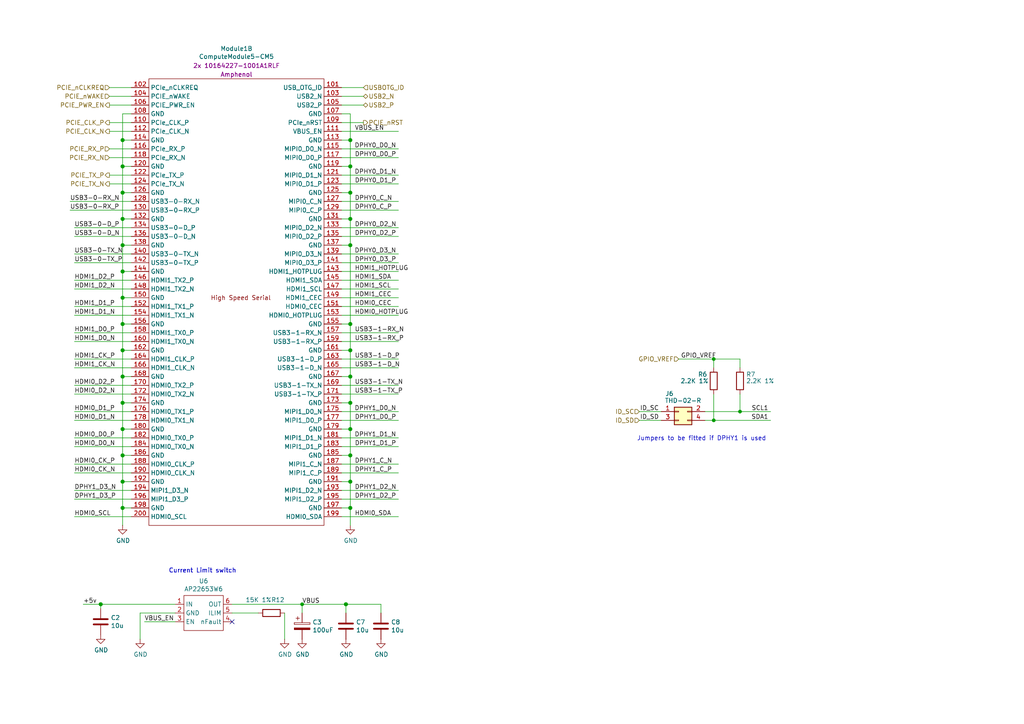
<source format=kicad_sch>
(kicad_sch (version 20250114) (generator "eeschema") (generator_version "9.0")
  (paper "A4")
  (title_block (title "Compute Module 5 IO Board - CM5 - Highspeed") (rev "1") (company "Copyright © 2024 Raspberry Pi Ltd.") (comment 1 "www.raspberrypi.com"))
  (lib_symbols
    (symbol "CM5IO:AP2553W6"
      (property "Reference" "U" (at 3.81 -6.35 0))
      (property "Value" "AP2553W6" (at -3.81 -6.35 0))
      (symbol "AP2553W6_0_0"
        (pin power_in line (at -8.89 2.54 0) (length 2.54) (name "IN") (number "1"))
        (pin power_out line (at -8.89 0 0) (length 2.54) (name "GND") (number "2"))
        (pin input line (at -8.89 -2.54 0) (length 2.54) (name "EN") (number "3"))
        (pin power_out line (at 7.62 2.54 180) (length 2.54) (name "OUT") (number "6"))
        (pin passive line (at 7.62 0 180) (length 2.54) (name "ILIM") (number "5"))
        (pin open_collector line (at 7.62 -2.54 180) (length 2.54) (name "nFault") (number "4"))
      )
      (symbol "AP2553W6_0_1"
        (rectangle (start -6.35 5.08) (end 5.08 -5.08))
      )
    )
    (symbol "CM5IO:ComputeModule5-CM5"
      (property "Reference" "Module" (at 113.03 -68.58 0))
      (property "Value" "ComputeModule5-CM5" (at 140.97 2.54 0))
      (property "Field4" "Amphenol" (at 0 0 0))
      (property "Field5" "2x 10164227-1001A1RLF" (at 0 -2.54 0))
      (symbol "ComputeModule5-CM5_1_0"
        (text "GPIO" (at 0 6.35 0) (effects (font (size 1.27 1.27))))
      )
      (symbol "ComputeModule5-CM5_1_1"
        (rectangle (start -30.48 -71.12) (end 25.4 58.42))
        (text "600mA Max" (at -8.89 -48.26 0) (effects (font (size 1.27 1.27))))
        (text "600mA Max" (at -8.89 -53.34 0) (effects (font (size 1.27 1.27))))
        (text "NB SD signals are only available" (at -1.27 -27.94 0) (effects (font (size 1.27 1.27))))
        (text "on modules without eMMC" (at -1.27 -30.48 0) (effects (font (size 1.27 1.27))))
        (pin power_in line (at -33.02 55.88 0) (length 2.54) (name "GND") (number "2"))
        (pin passive line (at -33.02 53.34 0) (length 2.54) (name "Ethernet_Pair1_P") (number "4"))
        (pin passive line (at -33.02 50.8 0) (length 2.54) (name "Ethernet_Pair1_N") (number "6"))
        (pin power_in line (at -33.02 48.26 0) (length 2.54) (name "GND") (number "8"))
        (pin passive line (at -33.02 45.72 0) (length 2.54) (name "Ethernet_Pair0_N") (number "10"))
        (pin passive line (at -33.02 43.18 0) (length 2.54) (name "Ethernet_Pair0_P") (number "12"))
        (pin power_in line (at -33.02 40.64 0) (length 2.54) (name "GND") (number "14"))
        (pin input line (at -33.02 38.1 0) (length 2.54) (name "FAN_TACHO") (number "16"))
        (pin input line (at -33.02 35.56 0) (length 2.54) (name "Ethernet_SYNC_OUT(3.3v)") (number "18"))
        (pin passive line (at -33.02 33.02 0) (length 2.54) (name "EEPROM_nWP") (number "20"))
        (pin power_in line (at -33.02 30.48 0) (length 2.54) (name "GND") (number "22"))
        (pin passive line (at -33.02 27.94 0) (length 2.54) (name "GPIO26") (number "24"))
        (pin passive line (at -33.02 25.4 0) (length 2.54) (name "GPIO19") (number "26"))
        (pin passive line (at -33.02 22.86 0) (length 2.54) (name "GPIO13") (number "28"))
        (pin passive line (at -33.02 20.32 0) (length 2.54) (name "GPIO6") (number "30"))
        (pin power_in line (at -33.02 17.78 0) (length 2.54) (name "GND") (number "32"))
        (pin passive line (at -33.02 15.24 0) (length 2.54) (name "GPIO5") (number "34"))
        (pin passive line (at -33.02 12.7 0) (length 2.54) (name "ID_SD") (number "36"))
        (pin passive line (at -33.02 10.16 0) (length 2.54) (name "GPIO11") (number "38"))
        (pin passive line (at -33.02 7.62 0) (length 2.54) (name "GPIO9") (number "40"))
        (pin power_in line (at -33.02 5.08 0) (length 2.54) (name "GND") (number "42"))
        (pin passive line (at -33.02 2.54 0) (length 2.54) (name "GPIO10") (number "44"))
        (pin passive line (at -33.02 0 0) (length 2.54) (name "GPIO22") (number "46"))
        (pin passive line (at -33.02 -2.54 0) (length 2.54) (name "GPIO27") (number "48"))
        (pin passive line (at -33.02 -5.08 0) (length 2.54) (name "GPIO17") (number "50"))
        (pin power_in line (at -33.02 -7.62 0) (length 2.54) (name "GND") (number "52"))
        (pin passive line (at -33.02 -10.16 0) (length 2.54) (name "GPIO4") (number "54"))
        (pin passive line (at -33.02 -12.7 0) (length 2.54) (name "GPIO3") (number "56"))
        (pin passive line (at -33.02 -15.24 0) (length 2.54) (name "GPIO2") (number "58"))
        (pin power_in line (at -33.02 -17.78 0) (length 2.54) (name "GND") (number "60"))
        (pin passive line (at -33.02 -20.32 0) (length 2.54) (name "SD_CMD") (number "62"))
        (pin passive line (at -33.02 -22.86 0) (length 2.54) (name "SD_DAT5") (number "64"))
        (pin power_in line (at -33.02 -25.4 0) (length 2.54) (name "GND") (number "66"))
        (pin passive line (at -33.02 -27.94 0) (length 2.54) (name "SD_DAT4") (number "68"))
        (pin passive line (at -33.02 -30.48 0) (length 2.54) (name "SD_DAT7") (number "70"))
        (pin passive line (at -33.02 -33.02 0) (length 2.54) (name "SD_DAT6") (number "72"))
        (pin power_in line (at -33.02 -35.56 0) (length 2.54) (name "GND") (number "74"))
        (pin passive line (at -33.02 -38.1 0) (length 2.54) (name "VBAT") (number "76"))
        (pin power_in line (at -33.02 -40.64 0) (length 2.54) (name "GPIO_VREF(1.8v/3.3v_Input)") (number "78"))
        (pin passive line (at -33.02 -43.18 0) (length 2.54) (name "SCL0") (number "80"))
        (pin passive line (at -33.02 -45.72 0) (length 2.54) (name "SDA0") (number "82"))
        (pin power_out line (at -33.02 -48.26 0) (length 2.54) (name "+3.3v_(Output)") (number "84"))
        (pin passive line (at -33.02 -50.8 0) (length 2.54) (name "+3.3v_(Output)") (number "86"))
        (pin power_out line (at -33.02 -53.34 0) (length 2.54) (name "+1.8v_(Output)") (number "88"))
        (pin passive line (at -33.02 -55.88 0) (length 2.54) (name "+1.8v_(Output)") (number "90"))
        (pin passive line (at -33.02 -58.42 0) (length 2.54) (name "PWR_BUT") (number "92"))
        (pin passive line (at -33.02 -60.96 0) (length 2.54) (name "CC1") (number "94"))
        (pin passive line (at -33.02 -63.5 0) (length 2.54) (name "CC2") (number "96"))
        (pin power_in line (at -33.02 -66.04 0) (length 2.54) (name "GND") (number "98"))
        (pin passive line (at -33.02 -68.58 0) (length 2.54) (name "CAM_GPIO1") (number "100"))
        (pin power_in line (at 27.94 55.88 180) (length 2.54) (name "GND") (number "1"))
        (pin passive line (at 27.94 53.34 180) (length 2.54) (name "Ethernet_Pair3_P") (number "3"))
        (pin passive line (at 27.94 50.8 180) (length 2.54) (name "Ethernet_Pair3_N") (number "5"))
        (pin power_in line (at 27.94 48.26 180) (length 2.54) (name "GND") (number "7"))
        (pin passive line (at 27.94 45.72 180) (length 2.54) (name "Ethernet_Pair2_N") (number "9"))
        (pin passive line (at 27.94 43.18 180) (length 2.54) (name "Ethernet_Pair2_P") (number "11"))
        (pin power_in line (at 27.94 40.64 180) (length 2.54) (name "GND") (number "13"))
        (pin output line (at 27.94 38.1 180) (length 2.54) (name "Ethernet_nLED3(3.3v)") (number "15"))
        (pin output line (at 27.94 35.56 180) (length 2.54) (name "Ethernet_nLED2(3.3v)") (number "17"))
        (pin output line (at 27.94 33.02 180) (length 2.54) (name "FAN_PWM") (number "19"))
        (pin open_collector line (at 27.94 30.48 180) (length 2.54) (name "LED_nACT") (number "21"))
        (pin power_in line (at 27.94 27.94 180) (length 2.54) (name "GND") (number "23"))
        (pin passive line (at 27.94 25.4 180) (length 2.54) (name "GPIO21") (number "25"))
        (pin passive line (at 27.94 22.86 180) (length 2.54) (name "GPIO20") (number "27"))
        (pin passive line (at 27.94 20.32 180) (length 2.54) (name "GPIO16") (number "29"))
        (pin passive line (at 27.94 17.78 180) (length 2.54) (name "GPIO12") (number "31"))
        (pin power_in line (at 27.94 15.24 180) (length 2.54) (name "GND") (number "33"))
        (pin passive line (at 27.94 12.7 180) (length 2.54) (name "ID_SC") (number "35"))
        (pin passive line (at 27.94 10.16 180) (length 2.54) (name "GPIO7") (number "37"))
        (pin passive line (at 27.94 7.62 180) (length 2.54) (name "GPIO8") (number "39"))
        (pin passive line (at 27.94 5.08 180) (length 2.54) (name "GPIO25") (number "41"))
        (pin power_in line (at 27.94 2.54 180) (length 2.54) (name "GND") (number "43"))
        (pin passive line (at 27.94 0 180) (length 2.54) (name "GPIO24") (number "45"))
        (pin passive line (at 27.94 -2.54 180) (length 2.54) (name "GPIO23") (number "47"))
        (pin passive line (at 27.94 -5.08 180) (length 2.54) (name "GPIO18") (number "49"))
        (pin passive line (at 27.94 -7.62 180) (length 2.54) (name "GPIO15") (number "51"))
        (pin power_in line (at 27.94 -10.16 180) (length 2.54) (name "GND") (number "53"))
        (pin passive line (at 27.94 -12.7 180) (length 2.54) (name "GPIO14") (number "55"))
        (pin passive line (at 27.94 -15.24 180) (length 2.54) (name "SD_CLK") (number "57"))
        (pin power_in line (at 27.94 -17.78 180) (length 2.54) (name "GND") (number "59"))
        (pin passive line (at 27.94 -20.32 180) (length 2.54) (name "SD_DAT3") (number "61"))
        (pin passive line (at 27.94 -22.86 180) (length 2.54) (name "SD_DAT0") (number "63"))
        (pin power_in line (at 27.94 -25.4 180) (length 2.54) (name "GND") (number "65"))
        (pin passive line (at 27.94 -27.94 180) (length 2.54) (name "SD_DAT1") (number "67"))
        (pin passive line (at 27.94 -30.48 180) (length 2.54) (name "SD_DAT2") (number "69"))
        (pin power_in line (at 27.94 -33.02 180) (length 2.54) (name "GND") (number "71"))
        (pin input line (at 27.94 -35.56 180) (length 2.54) (name "SD_VDD_Override") (number "73"))
        (pin output line (at 27.94 -38.1 180) (length 2.54) (name "SD_PWR_ON") (number "75"))
        (pin power_in line (at 27.94 -40.64 180) (length 2.54) (name "+5v_(Input)") (number "77"))
        (pin power_in line (at 27.94 -43.18 180) (length 2.54) (name "+5v_(Input)") (number "79"))
        (pin power_in line (at 27.94 -45.72 180) (length 2.54) (name "+5v_(Input)") (number "81"))
        (pin power_in line (at 27.94 -48.26 180) (length 2.54) (name "+5v_(Input)") (number "83"))
        (pin power_in line (at 27.94 -50.8 180) (length 2.54) (name "+5v_(Input)") (number "85"))
        (pin power_in line (at 27.94 -53.34 180) (length 2.54) (name "+5v_(Input)") (number "87"))
        (pin input line (at 27.94 -55.88 180) (length 2.54) (name "WiFi_nDisable") (number "89"))
        (pin input line (at 27.94 -58.42 180) (length 2.54) (name "BT_nDisable") (number "91"))
        (pin input line (at 27.94 -60.96 180) (length 2.54) (name "nRPIBOOT") (number "93"))
        (pin output line (at 27.94 -63.5 180) (length 2.54) (name "LED_nPWR") (number "95"))
        (pin passive line (at 27.94 -66.04 180) (length 2.54) (name "CAM_GPIO0") (number "97"))
        (pin input line (at 27.94 -68.58 180) (length 2.54) (name "PMIC_ENABLE") (number "99"))
      )
      (symbol "ComputeModule5-CM5_2_1"
        (rectangle (start 114.3 -66.04) (end 165.1 63.5))
        (text "High Speed Serial" (at 140.97 0 0) (effects (font (size 1.27 1.27))))
        (pin input line (at 109.22 60.96 0) (length 5.08) (name "PCIe_nCLKREQ") (number "102"))
        (pin input line (at 109.22 58.42 0) (length 5.08) (name "PCIE_nWAKE") (number "104"))
        (pin output line (at 109.22 55.88 0) (length 5.08) (name "PCIE_PWR_EN") (number "106"))
        (pin power_in line (at 109.22 53.34 0) (length 5.08) (name "GND") (number "108"))
        (pin output line (at 109.22 50.8 0) (length 5.08) (name "PCIe_CLK_P") (number "110"))
        (pin output line (at 109.22 48.26 0) (length 5.08) (name "PCIe_CLK_N") (number "112"))
        (pin power_in line (at 109.22 45.72 0) (length 5.08) (name "GND") (number "114"))
        (pin input line (at 109.22 43.18 0) (length 5.08) (name "PCIe_RX_P") (number "116"))
        (pin input line (at 109.22 40.64 0) (length 5.08) (name "PCIe_RX_N") (number "118"))
        (pin power_in line (at 109.22 38.1 0) (length 5.08) (name "GND") (number "120"))
        (pin output line (at 109.22 35.56 0) (length 5.08) (name "PCIe_TX_P") (number "122"))
        (pin output line (at 109.22 33.02 0) (length 5.08) (name "PCIe_TX_N") (number "124"))
        (pin power_in line (at 109.22 30.48 0) (length 5.08) (name "GND") (number "126"))
        (pin input line (at 109.22 27.94 0) (length 5.08) (name "USB3-0-RX_N") (number "128"))
        (pin input line (at 109.22 25.4 0) (length 5.08) (name "USB3-0-RX_P") (number "130"))
        (pin power_in line (at 109.22 22.86 0) (length 5.08) (name "GND") (number "132"))
        (pin passive line (at 109.22 20.32 0) (length 5.08) (name "USB3-0-D_P") (number "134"))
        (pin passive line (at 109.22 17.78 0) (length 5.08) (name "USB3-0-D_N") (number "136"))
        (pin power_in line (at 109.22 15.24 0) (length 5.08) (name "GND") (number "138"))
        (pin output line (at 109.22 12.7 0) (length 5.08) (name "USB3-0-TX_N") (number "140"))
        (pin output line (at 109.22 10.16 0) (length 5.08) (name "USB3-0-TX_P") (number "142"))
        (pin power_in line (at 109.22 7.62 0) (length 5.08) (name "GND") (number "144"))
        (pin output line (at 109.22 5.08 0) (length 5.08) (name "HDMI1_TX2_P") (number "146"))
        (pin output line (at 109.22 2.54 0) (length 5.08) (name "HDMI1_TX2_N") (number "148"))
        (pin power_in line (at 109.22 0 0) (length 5.08) (name "GND") (number "150"))
        (pin output line (at 109.22 -2.54 0) (length 5.08) (name "HDMI1_TX1_P") (number "152"))
        (pin output line (at 109.22 -5.08 0) (length 5.08) (name "HDMI1_TX1_N") (number "154"))
        (pin power_in line (at 109.22 -7.62 0) (length 5.08) (name "GND") (number "156"))
        (pin output line (at 109.22 -10.16 0) (length 5.08) (name "HDMI1_TX0_P") (number "158"))
        (pin output line (at 109.22 -12.7 0) (length 5.08) (name "HDMI1_TX0_N") (number "160"))
        (pin power_in line (at 109.22 -15.24 0) (length 5.08) (name "GND") (number "162"))
        (pin output line (at 109.22 -17.78 0) (length 5.08) (name "HDMI1_CLK_P") (number "164"))
        (pin output line (at 109.22 -20.32 0) (length 5.08) (name "HDMI1_CLK_N") (number "166"))
        (pin power_in line (at 109.22 -22.86 0) (length 5.08) (name "GND") (number "168"))
        (pin output line (at 109.22 -25.4 0) (length 5.08) (name "HDMI0_TX2_P") (number "170"))
        (pin output line (at 109.22 -27.94 0) (length 5.08) (name "HDMI0_TX2_N") (number "172"))
        (pin power_in line (at 109.22 -30.48 0) (length 5.08) (name "GND") (number "174"))
        (pin output line (at 109.22 -33.02 0) (length 5.08) (name "HDMI0_TX1_P") (number "176"))
        (pin output line (at 109.22 -35.56 0) (length 5.08) (name "HDMI0_TX1_N") (number "178"))
        (pin power_in line (at 109.22 -38.1 0) (length 5.08) (name "GND") (number "180"))
        (pin output line (at 109.22 -40.64 0) (length 5.08) (name "HDMI0_TX0_P") (number "182"))
        (pin output line (at 109.22 -43.18 0) (length 5.08) (name "HDMI0_TX0_N") (number "184"))
        (pin power_in line (at 109.22 -45.72 0) (length 5.08) (name "GND") (number "186"))
        (pin output line (at 109.22 -48.26 0) (length 5.08) (name "HDMI0_CLK_P") (number "188"))
        (pin output line (at 109.22 -50.8 0) (length 5.08) (name "HDMI0_CLK_N") (number "190"))
        (pin power_in line (at 109.22 -53.34 0) (length 5.08) (name "GND") (number "192"))
        (pin output line (at 109.22 -55.88 0) (length 5.08) (name "MIPI1_D3_N") (number "194"))
        (pin output line (at 109.22 -58.42 0) (length 5.08) (name "MIPI1_D3_P") (number "196"))
        (pin power_in line (at 109.22 -60.96 0) (length 5.08) (name "GND") (number "198"))
        (pin open_collector line (at 109.22 -63.5 0) (length 5.08) (name "HDMI0_SCL") (number "200"))
        (pin input line (at 170.18 60.96 180) (length 5.08) (name "USB_OTG_ID") (number "101"))
        (pin passive line (at 170.18 58.42 180) (length 5.08) (name "USB2_N") (number "103"))
        (pin passive line (at 170.18 55.88 180) (length 5.08) (name "USB2_P") (number "105"))
        (pin power_in line (at 170.18 53.34 180) (length 5.08) (name "GND") (number "107"))
        (pin output line (at 170.18 50.8 180) (length 5.08) (name "PCIe_nRST") (number "109"))
        (pin output line (at 170.18 48.26 180) (length 5.08) (name "VBUS_EN") (number "111"))
        (pin power_in line (at 170.18 45.72 180) (length 5.08) (name "GND") (number "113"))
        (pin input line (at 170.18 43.18 180) (length 5.08) (name "MIPI0_D0_N") (number "115"))
        (pin input line (at 170.18 40.64 180) (length 5.08) (name "MIPI0_D0_P") (number "117"))
        (pin power_in line (at 170.18 38.1 180) (length 5.08) (name "GND") (number "119"))
        (pin input line (at 170.18 35.56 180) (length 5.08) (name "MIPI0_D1_N") (number "121"))
        (pin input line (at 170.18 33.02 180) (length 5.08) (name "MIPI0_D1_P") (number "123"))
        (pin power_in line (at 170.18 30.48 180) (length 5.08) (name "GND") (number "125"))
        (pin input line (at 170.18 27.94 180) (length 5.08) (name "MIPI0_C_N") (number "127"))
        (pin input line (at 170.18 25.4 180) (length 5.08) (name "MIPI0_C_P") (number "129"))
        (pin power_in line (at 170.18 22.86 180) (length 5.08) (name "GND") (number "131"))
        (pin input line (at 170.18 20.32 180) (length 5.08) (name "MIPI0_D2_N") (number "133"))
        (pin input line (at 170.18 17.78 180) (length 5.08) (name "MIPI0_D2_P") (number "135"))
        (pin power_in line (at 170.18 15.24 180) (length 5.08) (name "GND") (number "137"))
        (pin input line (at 170.18 12.7 180) (length 5.08) (name "MIPI0_D3_N") (number "139"))
        (pin input line (at 170.18 10.16 180) (length 5.08) (name "MIPI0_D3_P") (number "141"))
        (pin input line (at 170.18 7.62 180) (length 5.08) (name "HDMI1_HOTPLUG") (number "143"))
        (pin bidirectional line (at 170.18 5.08 180) (length 5.08) (name "HDMI1_SDA") (number "145"))
        (pin open_collector line (at 170.18 2.54 180) (length 5.08) (name "HDMI1_SCL") (number "147"))
        (pin open_collector line (at 170.18 0 180) (length 5.08) (name "HDMI1_CEC") (number "149"))
        (pin open_collector line (at 170.18 -2.54 180) (length 5.08) (name "HDMI0_CEC") (number "151"))
        (pin input line (at 170.18 -5.08 180) (length 5.08) (name "HDMI0_HOTPLUG") (number "153"))
        (pin power_in line (at 170.18 -7.62 180) (length 5.08) (name "GND") (number "155"))
        (pin input line (at 170.18 -10.16 180) (length 5.08) (name "USB3-1-RX_N") (number "157"))
        (pin input line (at 170.18 -12.7 180) (length 5.08) (name "USB3-1-RX_P") (number "159"))
        (pin power_in line (at 170.18 -15.24 180) (length 5.08) (name "GND") (number "161"))
        (pin passive line (at 170.18 -17.78 180) (length 5.08) (name "USB3-1-D_P") (number "163"))
        (pin passive line (at 170.18 -20.32 180) (length 5.08) (name "USB3-1-D_N") (number "165"))
        (pin power_in line (at 170.18 -22.86 180) (length 5.08) (name "GND") (number "167"))
        (pin output line (at 170.18 -25.4 180) (length 5.08) (name "USB3-1-TX_N") (number "169"))
        (pin output line (at 170.18 -27.94 180) (length 5.08) (name "USB3-1-TX_P") (number "171"))
        (pin power_in line (at 170.18 -30.48 180) (length 5.08) (name "GND") (number "173"))
        (pin output line (at 170.18 -33.02 180) (length 5.08) (name "MIPI1_D0_N") (number "175"))
        (pin output line (at 170.18 -35.56 180) (length 5.08) (name "MIPI1_D0_P") (number "177"))
        (pin power_in line (at 170.18 -38.1 180) (length 5.08) (name "GND") (number "179"))
        (pin output line (at 170.18 -40.64 180) (length 5.08) (name "MIPI1_D1_N") (number "181"))
        (pin output line (at 170.18 -43.18 180) (length 5.08) (name "MIPI1_D1_P") (number "183"))
        (pin power_in line (at 170.18 -45.72 180) (length 5.08) (name "GND") (number "185"))
        (pin output line (at 170.18 -48.26 180) (length 5.08) (name "MIPI1_C_N") (number "187"))
        (pin output line (at 170.18 -50.8 180) (length 5.08) (name "MIPI1_C_P") (number "189"))
        (pin power_in line (at 170.18 -53.34 180) (length 5.08) (name "GND") (number "191"))
        (pin output line (at 170.18 -55.88 180) (length 5.08) (name "MIPI1_D2_N") (number "193"))
        (pin output line (at 170.18 -58.42 180) (length 5.08) (name "MIPI1_D2_P") (number "195"))
        (pin power_in line (at 170.18 -60.96 180) (length 5.08) (name "GND") (number "197"))
        (pin bidirectional line (at 170.18 -63.5 180) (length 5.08) (name "HDMI0_SDA") (number "199"))
      )
    )
    (symbol "Connector_Generic:Conn_02x02_Odd_Even" (pin_names (offset 1.016) (hide yes))
      (property "Reference" "J" (at 1.27 2.54 0))
      (property "Value" "Conn_02x02_Odd_Even" (at 1.27 -5.08 0))
      (symbol "Conn_02x02_Odd_Even_1_1"
        (rectangle (start -1.27 1.27) (end 3.81 -3.81) (stroke (width 0.254)) (fill (type background)))
        (rectangle (start -1.27 0.127) (end 0 -0.127) (stroke (width 0.1524)))
        (rectangle (start -1.27 -2.413) (end 0 -2.667) (stroke (width 0.1524)))
        (rectangle (start 3.81 0.127) (end 2.54 -0.127) (stroke (width 0.1524)))
        (rectangle (start 3.81 -2.413) (end 2.54 -2.667) (stroke (width 0.1524)))
        (pin passive line (at -5.08 0 0) (length 3.81) (name "Pin_1") (number "1"))
        (pin passive line (at -5.08 -2.54 0) (length 3.81) (name "Pin_3") (number "3"))
        (pin passive line (at 7.62 0 180) (length 3.81) (name "Pin_2") (number "2"))
        (pin passive line (at 7.62 -2.54 180) (length 3.81) (name "Pin_4") (number "4"))
      )
    )
    (symbol "Device:C" (pin_numbers (hide yes)) (pin_names (offset 0.254))
      (property "Reference" "C" (at 0.635 2.54 0))
      (property "Value" "C" (at 0.635 -2.54 0))
      (symbol "C_0_1"
        (polyline (pts (xy -2.032 0.762) (xy 2.032 0.762)) (stroke (width 0.508)))
        (polyline (pts (xy -2.032 -0.762) (xy 2.032 -0.762)) (stroke (width 0.508)))
      )
      (symbol "C_1_1"
        (pin passive line (at 0 3.81 270) (length 2.794) (name "~") (number "1"))
        (pin passive line (at 0 -3.81 90) (length 2.794) (name "~") (number "2"))
      )
    )
    (symbol "Device:C_Polarized" (pin_numbers (hide yes)) (pin_names (offset 0.254))
      (property "Reference" "C" (at 0.635 2.54 0))
      (property "Value" "C_Polarized" (at 0.635 -2.54 0))
      (symbol "C_Polarized_0_1"
        (rectangle (start -2.286 0.508) (end 2.286 1.016))
        (polyline (pts (xy -1.778 2.286) (xy -0.762 2.286)))
        (polyline (pts (xy -1.27 2.794) (xy -1.27 1.778)))
        (rectangle (start 2.286 -0.508) (end -2.286 -1.016) (fill (type outline)))
      )
      (symbol "C_Polarized_1_1"
        (pin passive line (at 0 3.81 270) (length 2.794) (name "~") (number "1"))
        (pin passive line (at 0 -3.81 90) (length 2.794) (name "~") (number "2"))
      )
    )
    (symbol "Device:R" (pin_numbers (hide yes)) (pin_names (offset 0))
      (property "Reference" "R" (at 2.032 0 90))
      (property "Value" "R" (at 0 0 90))
      (symbol "R_0_1"
        (rectangle (start -1.016 -2.54) (end 1.016 2.54) (stroke (width 0.254)))
      )
      (symbol "R_1_1"
        (pin passive line (at 0 3.81 270) (length 1.27) (name "~") (number "1"))
        (pin passive line (at 0 -3.81 90) (length 1.27) (name "~") (number "2"))
      )
    )
    (symbol "power:GND" (power) (pin_numbers (hide yes)) (pin_names (offset 0) (hide yes))
      (property "Value" "GND" (at 0 -3.81 0))
      (symbol "GND_0_1"
        (polyline (pts (xy 0 0) (xy 0 -1.27) (xy 1.27 -1.27) (xy 0 -2.54) (xy -1.27 -1.27) (xy 0 -1.27)))
      )
      (symbol "GND_1_1"
        (pin power_in line (at 0 0 270) (length 0) (name "~") (number "1"))
      )
    )
  )
  (text "Jumpers to be fitted if DPHY1 is used\n" (at 222.25 128.016 0) (effects (font (size 1.27 1.27)) (justify right bottom)))
  (text "Current Limit switch" (at 68.58 166.37 0) (effects (font (size 1.27 1.27)) (justify right bottom)))
  (text "Current Limit switch" (at 68.58 166.37 0) (effects (font (size 1.27 1.27)) (justify right bottom)))
  (junction (at 207.01 104.14))
  (junction (at 35.56 147.32) (diameter 1.016))
  (junction (at 35.56 132.08) (diameter 1.016))
  (junction (at 101.6 132.08) (diameter 1.016))
  (junction (at 35.56 71.12) (diameter 1.016))
  (junction (at 101.6 55.88) (diameter 1.016))
  (junction (at 100.33 175.26) (diameter 1.016))
  (junction (at 101.6 147.32) (diameter 1.016))
  (junction (at 35.56 40.64) (diameter 1.016))
  (junction (at 101.6 40.64) (diameter 1.016))
  (junction (at 35.56 55.88) (diameter 1.016))
  (junction (at 101.6 101.6) (diameter 1.016))
  (junction (at 101.6 124.46) (diameter 1.016))
  (junction (at 214.63 119.38))
  (junction (at 35.56 78.74) (diameter 1.016))
  (junction (at 101.6 116.84) (diameter 1.016))
  (junction (at 35.56 48.26) (diameter 1.016))
  (junction (at 101.6 63.5) (diameter 1.016))
  (junction (at 29.21 175.26) (diameter 1.016))
  (junction (at 207.01 121.92))
  (junction (at 101.6 48.26) (diameter 1.016))
  (junction (at 35.56 139.7) (diameter 1.016))
  (junction (at 101.6 139.7) (diameter 1.016))
  (junction (at 101.6 93.98) (diameter 1.016))
  (junction (at 35.56 101.6) (diameter 1.016))
  (junction (at 35.56 116.84) (diameter 1.016))
  (junction (at 35.56 86.36) (diameter 1.016))
  (junction (at 101.6 71.12) (diameter 1.016))
  (junction (at 101.6 109.22) (diameter 1.016))
  (junction (at 35.56 63.5) (diameter 1.016))
  (junction (at 87.63 175.26))
  (junction (at 35.56 93.98) (diameter 1.016))
  (junction (at 35.56 124.46) (diameter 1.016))
  (junction (at 35.56 109.22) (diameter 1.016))
  (no_connect (at 67.31 180.34))
  (wire (pts (xy 99.06 144.78) (xy 115.57 144.78)))
  (wire (pts (xy 21.59 111.76) (xy 38.1 111.76)))
  (wire (pts (xy 21.59 142.24) (xy 38.1 142.24)))
  (wire (pts (xy 24.13 175.26) (xy 29.21 175.26)))
  (wire (pts (xy 99.06 38.1) (xy 115.57 38.1)))
  (wire (pts (xy 35.56 63.5) (xy 35.56 71.12)))
  (wire (pts (xy 35.56 139.7) (xy 35.56 147.32)))
  (wire (pts (xy 67.31 177.8) (xy 74.93 177.8)))
  (wire (pts (xy 35.56 33.02) (xy 35.56 40.64)))
  (wire (pts (xy 35.56 86.36) (xy 35.56 93.98)))
  (wire (pts (xy 21.59 119.38) (xy 38.1 119.38)))
  (wire (pts (xy 35.56 71.12) (xy 35.56 78.74)))
  (wire (pts (xy 35.56 101.6) (xy 35.56 109.22)))
  (wire (pts (xy 101.6 48.26) (xy 101.6 40.64)))
  (wire (pts (xy 99.06 30.48) (xy 105.41 30.48)))
  (wire (pts (xy 35.56 86.36) (xy 38.1 86.36)))
  (wire (pts (xy 35.56 109.22) (xy 35.56 116.84)))
  (wire (pts (xy 35.56 48.26) (xy 35.56 55.88)))
  (wire (pts (xy 35.56 132.08) (xy 38.1 132.08)))
  (wire (pts (xy 101.6 71.12) (xy 101.6 63.5)))
  (wire (pts (xy 99.06 119.38) (xy 115.57 119.38)))
  (wire (pts (xy 31.75 38.1) (xy 38.1 38.1)))
  (wire (pts (xy 35.56 109.22) (xy 38.1 109.22)))
  (wire (pts (xy 38.1 147.32) (xy 35.56 147.32)))
  (wire (pts (xy 207.01 104.14) (xy 214.63 104.14)))
  (wire (pts (xy 99.06 101.6) (xy 101.6 101.6)))
  (wire (pts (xy 35.56 55.88) (xy 35.56 63.5)))
  (wire (pts (xy 196.85 104.14) (xy 207.01 104.14)))
  (wire (pts (xy 21.59 114.3) (xy 38.1 114.3)))
  (wire (pts (xy 207.01 114.3) (xy 207.01 121.92)))
  (wire (pts (xy 31.75 27.94) (xy 38.1 27.94)))
  (wire (pts (xy 99.06 40.64) (xy 101.6 40.64)))
  (wire (pts (xy 21.59 73.66) (xy 38.1 73.66)))
  (wire (pts (xy 21.59 127) (xy 38.1 127)))
  (wire (pts (xy 21.59 66.04) (xy 38.1 66.04)))
  (wire (pts (xy 207.01 104.14) (xy 207.01 106.68)))
  (wire (pts (xy 101.6 124.46) (xy 101.6 132.08)))
  (wire (pts (xy 40.64 177.8) (xy 40.64 185.42)))
  (wire (pts (xy 99.06 149.86) (xy 115.57 149.86)))
  (wire (pts (xy 214.63 104.14) (xy 214.63 106.68)))
  (wire (pts (xy 41.91 180.34) (xy 50.8 180.34)))
  (wire (pts (xy 101.6 116.84) (xy 101.6 124.46)))
  (wire (pts (xy 99.06 86.36) (xy 115.57 86.36)))
  (wire (pts (xy 21.59 129.54) (xy 38.1 129.54)))
  (wire (pts (xy 204.47 121.92) (xy 207.01 121.92)))
  (wire (pts (xy 99.06 78.74) (xy 115.57 78.74)))
  (wire (pts (xy 21.59 76.2) (xy 38.1 76.2)))
  (wire (pts (xy 101.6 147.32) (xy 101.6 152.4)))
  (wire (pts (xy 99.06 50.8) (xy 115.57 50.8)))
  (wire (pts (xy 100.33 177.8) (xy 100.33 175.26)))
  (wire (pts (xy 38.1 43.18) (xy 31.75 43.18)))
  (wire (pts (xy 99.06 76.2) (xy 115.57 76.2)))
  (wire (pts (xy 31.75 30.48) (xy 38.1 30.48)))
  (wire (pts (xy 99.06 132.08) (xy 101.6 132.08)))
  (wire (pts (xy 31.75 53.34) (xy 38.1 53.34)))
  (wire (pts (xy 99.06 88.9) (xy 115.57 88.9)))
  (wire (pts (xy 82.55 177.8) (xy 82.55 185.42)))
  (wire (pts (xy 50.8 177.8) (xy 40.64 177.8)))
  (wire (pts (xy 35.56 63.5) (xy 38.1 63.5)))
  (wire (pts (xy 204.47 119.38) (xy 214.63 119.38)))
  (wire (pts (xy 99.06 48.26) (xy 101.6 48.26)))
  (wire (pts (xy 21.59 99.06) (xy 38.1 99.06)))
  (wire (pts (xy 38.1 45.72) (xy 31.75 45.72)))
  (wire (pts (xy 101.6 93.98) (xy 101.6 101.6)))
  (wire (pts (xy 35.56 116.84) (xy 35.56 124.46)))
  (wire (pts (xy 21.59 83.82) (xy 38.1 83.82)))
  (wire (pts (xy 35.56 40.64) (xy 38.1 40.64)))
  (wire (pts (xy 38.1 139.7) (xy 35.56 139.7)))
  (wire (pts (xy 99.06 73.66) (xy 115.57 73.66)))
  (wire (pts (xy 67.31 175.26) (xy 87.63 175.26)))
  (wire (pts (xy 99.06 45.72) (xy 115.57 45.72)))
  (wire (pts (xy 87.63 175.26) (xy 100.33 175.26)))
  (wire (pts (xy 21.59 134.62) (xy 38.1 134.62)))
  (wire (pts (xy 29.21 175.26) (xy 50.8 175.26)))
  (wire (pts (xy 35.56 124.46) (xy 38.1 124.46)))
  (wire (pts (xy 207.01 121.92) (xy 223.52 121.92)))
  (wire (pts (xy 99.06 68.58) (xy 115.57 68.58)))
  (wire (pts (xy 99.06 55.88) (xy 101.6 55.88)))
  (wire (pts (xy 99.06 58.42) (xy 115.57 58.42)))
  (wire (pts (xy 99.06 116.84) (xy 101.6 116.84)))
  (wire (pts (xy 99.06 93.98) (xy 101.6 93.98)))
  (wire (pts (xy 185.42 119.38) (xy 191.77 119.38)))
  (wire (pts (xy 31.75 35.56) (xy 38.1 35.56)))
  (wire (pts (xy 101.6 139.7) (xy 101.6 147.32)))
  (wire (pts (xy 101.6 55.88) (xy 101.6 48.26)))
  (wire (pts (xy 31.75 25.4) (xy 38.1 25.4)))
  (wire (pts (xy 99.06 134.62) (xy 115.57 134.62)))
  (wire (pts (xy 99.06 91.44) (xy 115.57 91.44)))
  (wire (pts (xy 31.75 50.8) (xy 38.1 50.8)))
  (wire (pts (xy 99.06 66.04) (xy 115.57 66.04)))
  (wire (pts (xy 21.59 88.9) (xy 38.1 88.9)))
  (wire (pts (xy 101.6 109.22) (xy 101.6 116.84)))
  (wire (pts (xy 99.06 43.18) (xy 115.57 43.18)))
  (wire (pts (xy 38.1 106.68) (xy 21.59 106.68)))
  (wire (pts (xy 35.56 93.98) (xy 38.1 93.98)))
  (wire (pts (xy 35.56 116.84) (xy 38.1 116.84)))
  (wire (pts (xy 99.06 63.5) (xy 101.6 63.5)))
  (wire (pts (xy 38.1 33.02) (xy 35.56 33.02)))
  (wire (pts (xy 21.59 144.78) (xy 38.1 144.78)))
  (wire (pts (xy 99.06 142.24) (xy 115.57 142.24)))
  (wire (pts (xy 100.33 175.26) (xy 110.49 175.26)))
  (wire (pts (xy 35.56 71.12) (xy 38.1 71.12)))
  (wire (pts (xy 35.56 124.46) (xy 35.56 132.08)))
  (wire (pts (xy 99.06 60.96) (xy 115.57 60.96)))
  (wire (pts (xy 99.06 127) (xy 115.57 127)))
  (wire (pts (xy 87.63 175.26) (xy 87.63 177.8)))
  (wire (pts (xy 214.63 119.38) (xy 223.52 119.38)))
  (wire (pts (xy 35.56 101.6) (xy 38.1 101.6)))
  (wire (pts (xy 20.32 60.96) (xy 38.1 60.96)))
  (wire (pts (xy 99.06 124.46) (xy 101.6 124.46)))
  (wire (pts (xy 35.56 55.88) (xy 38.1 55.88)))
  (wire (pts (xy 99.06 96.52) (xy 115.57 96.52)))
  (wire (pts (xy 115.57 99.06) (xy 99.06 99.06)))
  (wire (pts (xy 21.59 96.52) (xy 38.1 96.52)))
  (wire (pts (xy 21.59 149.86) (xy 38.1 149.86)))
  (wire (pts (xy 99.06 109.22) (xy 101.6 109.22)))
  (wire (pts (xy 214.63 114.3) (xy 214.63 119.38)))
  (wire (pts (xy 99.06 81.28) (xy 115.57 81.28)))
  (wire (pts (xy 99.06 53.34) (xy 115.57 53.34)))
  (wire (pts (xy 21.59 91.44) (xy 38.1 91.44)))
  (wire (pts (xy 35.56 132.08) (xy 35.56 139.7)))
  (wire (pts (xy 99.06 129.54) (xy 115.57 129.54)))
  (wire (pts (xy 99.06 27.94) (xy 105.41 27.94)))
  (wire (pts (xy 20.32 58.42) (xy 38.1 58.42)))
  (wire (pts (xy 101.6 40.64) (xy 101.6 33.02)))
  (wire (pts (xy 185.42 121.92) (xy 191.77 121.92)))
  (wire (pts (xy 101.6 63.5) (xy 101.6 55.88)))
  (wire (pts (xy 99.06 104.14) (xy 115.57 104.14)))
  (wire (pts (xy 21.59 104.14) (xy 38.1 104.14)))
  (wire (pts (xy 99.06 106.68) (xy 115.57 106.68)))
  (wire (pts (xy 35.56 78.74) (xy 38.1 78.74)))
  (wire (pts (xy 101.6 132.08) (xy 101.6 139.7)))
  (wire (pts (xy 35.56 48.26) (xy 38.1 48.26)))
  (wire (pts (xy 99.06 35.56) (xy 105.41 35.56)))
  (wire (pts (xy 99.06 121.92) (xy 115.57 121.92)))
  (wire (pts (xy 101.6 71.12) (xy 101.6 93.98)))
  (wire (pts (xy 35.56 93.98) (xy 35.56 101.6)))
  (wire (pts (xy 99.06 71.12) (xy 101.6 71.12)))
  (wire (pts (xy 21.59 68.58) (xy 38.1 68.58)))
  (wire (pts (xy 99.06 114.3) (xy 115.57 114.3)))
  (wire (pts (xy 29.21 176.53) (xy 29.21 175.26)))
  (wire (pts (xy 101.6 33.02) (xy 99.06 33.02)))
  (wire (pts (xy 21.59 81.28) (xy 38.1 81.28)))
  (wire (pts (xy 101.6 101.6) (xy 101.6 109.22)))
  (wire (pts (xy 21.59 121.92) (xy 38.1 121.92)))
  (wire (pts (xy 99.06 83.82) (xy 115.57 83.82)))
  (wire (pts (xy 35.56 78.74) (xy 35.56 86.36)))
  (wire (pts (xy 35.56 147.32) (xy 35.56 152.4)))
  (wire (pts (xy 99.06 147.32) (xy 101.6 147.32)))
  (wire (pts (xy 110.49 175.26) (xy 110.49 177.8)))
  (wire (pts (xy 35.56 40.64) (xy 35.56 48.26)))
  (wire (pts (xy 99.06 139.7) (xy 101.6 139.7)))
  (wire (pts (xy 21.59 137.16) (xy 38.1 137.16)))
  (wire (pts (xy 99.06 137.16) (xy 115.57 137.16)))
  (wire (pts (xy 99.06 111.76) (xy 115.57 111.76)))
  (wire (pts (xy 105.41 25.4) (xy 99.06 25.4)))
  (label "HDMI0_D1_N" (at 21.59 121.92 0))
  (label "DPHY1_D3_P" (at 21.59 144.78 0))
  (label "DPHY0_D1_P" (at 114.935 53.34 180))
  (label "HDMI1_CEC" (at 102.87 86.36 0))
  (label "USB3-1-D_N" (at 102.87 106.68 0))
  (label "VBUS_EN" (at 102.87 38.1 0))
  (label "DPHY0_D0_P" (at 114.935 45.72 180))
  (label "DPHY1_C_N" (at 102.87 134.62 0))
  (label "HDMI1_D1_P" (at 21.59 88.9 0))
  (label "USB3-0-D_N" (at 21.59 68.58 0))
  (label "ID_SC" (at 191.135 119.38 180))
  (label "HDMI0_D2_P" (at 21.59 111.76 0))
  (label "DPHY1_D2_N" (at 102.87 142.24 0))
  (label "ID_SD" (at 191.135 121.92 180))
  (label "USB3-0-TX_N" (at 21.59 73.66 0))
  (label "VBUS_EN" (at 41.91 180.34 0))
  (label "USB3-1-TX_P" (at 102.87 114.3 0))
  (label "+5v" (at 24.13 175.26 0))
  (label "HDMI0_CK_P" (at 21.59 134.62 0))
  (label "USB3-1-RX_P" (at 102.87 99.06 0))
  (label "HDMI1_D0_P" (at 21.59 96.52 0))
  (label "USB3-0-TX_P" (at 21.59 76.2 0))
  (label "DPHY0_D3_P" (at 114.935 76.2 180))
  (label "USB3-0-RX_N" (at 20.32 58.42 0))
  (label "USB3-1-TX_N" (at 102.87 111.76 0))
  (label "HDMI1_D2_N" (at 21.59 83.82 0))
  (label "DPHY0_C_P" (at 102.87 60.96 0))
  (label "DPHY1_C_P" (at 102.87 137.16 0))
  (label "HDMI0_CK_N" (at 21.59 137.16 0))
  (label "HDMI0_CEC" (at 102.87 88.9 0))
  (label "HDMI0_D2_N" (at 21.59 114.3 0))
  (label "HDMI1_D0_N" (at 21.59 99.06 0))
  (label "DPHY1_D1_N" (at 114.935 127 180))
  (label "DPHY0_D2_N" (at 102.87 66.04 0))
  (label "HDMI0_D1_P" (at 21.59 119.38 0))
  (label "DPHY0_D3_N" (at 114.935 73.66 180))
  (label "HDMI0_D0_P" (at 21.59 127 0))
  (label "DPHY0_D2_P" (at 102.87 68.58 0))
  (label "HDMI1_D1_N" (at 21.59 91.44 0))
  (label "DPHY0_D1_N" (at 114.935 50.8 180))
  (label "HDMI1_CK_P" (at 21.59 104.14 0))
  (label "USB3-1-RX_N" (at 102.87 96.52 0))
  (label "HDMI1_HOTPLUG" (at 102.87 78.74 0))
  (label "VBUS" (at 87.63 175.26 0))
  (label "HDMI1_SCL" (at 102.87 83.82 0))
  (label "USB3-0-D_P" (at 21.59 66.04 0))
  (label "HDMI0_SCL" (at 21.59 149.86 0))
  (label "DPHY1_D0_N" (at 114.935 119.38 180))
  (label "DPHY1_D0_P" (at 114.935 121.92 180))
  (label "DPHY1_D2_P" (at 102.87 144.78 0))
  (label "USB3-0-RX_P" (at 20.32 60.96 0))
  (label "DPHY1_D1_P" (at 114.935 129.54 180))
  (label "HDMI1_D2_P" (at 21.59 81.28 0))
  (label "HDMI0_HOTPLUG" (at 102.87 91.44 0))
  (label "DPHY0_D0_N" (at 114.935 43.18 180))
  (label "SCL1" (at 222.885 119.38 180))
  (label "SDA1" (at 222.885 121.92 180))
  (label "HDMI0_D0_N" (at 21.59 129.54 0))
  (label "GPIO_VREF" (at 197.485 104.14 0))
  (label "HDMI0_SDA" (at 102.87 149.86 0))
  (label "HDMI1_CK_N" (at 21.59 106.68 0))
  (label "DPHY0_C_N" (at 102.87 58.42 0))
  (label "DPHY1_D3_N" (at 21.59 142.24 0))
  (label "USB3-1-D_P" (at 102.87 104.14 0))
  (label "HDMI1_SDA" (at 102.87 81.28 0))
  (hierarchical_label "USBOTG_ID" (shape input) (at 105.41 25.4 0))
  (hierarchical_label "PCIE_PWR_EN" (shape output) (at 31.75 30.48 180))
  (hierarchical_label "PCIE_CLK_P" (shape output) (at 31.75 35.56 180))
  (hierarchical_label "PCIE_RX_N" (shape input) (at 31.75 45.72 180))
  (hierarchical_label "PCIE_nCLKREQ" (shape input) (at 31.75 25.4 180))
  (hierarchical_label "ID_SC" (shape input) (at 185.42 119.38 180))
  (hierarchical_label "PCIE_RX_P" (shape input) (at 31.75 43.18 180))
  (hierarchical_label "GPIO_VREF" (shape input) (at 196.85 104.14 180))
  (hierarchical_label "USB2_P" (shape bidirectional) (at 105.41 30.48 0))
  (hierarchical_label "USB2_N" (shape bidirectional) (at 105.41 27.94 0))
  (hierarchical_label "PCIE_TX_P" (shape output) (at 31.75 50.8 180))
  (hierarchical_label "ID_SD" (shape input) (at 185.42 121.92 180))
  (hierarchical_label "PCIE_nWAKE" (shape input) (at 31.75 27.94 180))
  (hierarchical_label "PCIE_CLK_N" (shape output) (at 31.75 38.1 180))
  (hierarchical_label "PCIE_nRST" (shape output) (at 105.41 35.56 0))
  (hierarchical_label "PCIE_TX_N" (shape output) (at 31.75 53.34 180))
  (symbol (lib_id "power:GND") (at 101.6 152.4 0) (unit 1)
    (property "Reference" "#PWR0130" (effects (hide yes)))
    (property "Value" "GND" (at 101.727 156.7942 0))
    (property "Description" "Power symbol creates a global label with name \"GND\" , ground" (effects (hide yes)))
  )
  (symbol (lib_id "power:GND") (at 35.56 152.4 0) (unit 1)
    (property "Reference" "#PWR0131" (effects (hide yes)))
    (property "Value" "GND" (at 35.687 156.7942 0))
    (property "Description" "Power symbol creates a global label with name \"GND\" , ground" (effects (hide yes)))
  )
  (symbol (lib_id "Device:R") (at 207.01 110.49 0) (unit 1)
    (property "Reference" "R6" (at 202.438 108.585 0) (effects (justify left)))
    (property "Value" "2.2K 1%" (at 197.358 110.49 0) (effects (justify left)))
    (property "Footprint" "Resistor_SMD:R_0402_1005Metric" (effects (hide yes)))
    (property "Datasheet" "https://fscdn.rohm.com/en/products/databook/datasheet/passive/resistor/chip_resistor/mcr-e.pdf" (effects (hide yes)))
    (property "Field4" "Farnell" (effects (hide yes)))
    (property "Part Description" "Resistor 2.2K M1005 1% 63mW" (effects (hide yes)))
  )
  (symbol (lib_id "Device:R") (at 214.63 110.49 0) (unit 1)
    (property "Reference" "R7" (at 216.408 108.585 0) (effects (justify left)))
    (property "Value" "2.2K 1%" (at 216.408 110.49 0) (effects (justify left)))
    (property "Footprint" "Resistor_SMD:R_0402_1005Metric" (effects (hide yes)))
    (property "Datasheet" "https://fscdn.rohm.com/en/products/databook/datasheet/passive/resistor/chip_resistor/mcr-e.pdf" (effects (hide yes)))
    (property "Field4" "Farnell" (effects (hide yes)))
    (property "Part Description" "Resistor 2.2K M1005 1% 63mW" (effects (hide yes)))
  )
  (symbol (lib_id "CM5IO:ComputeModule5-CM5") (at -71.12 86.36 0) (unit 2)
    (property "Reference" "Module1" (at 68.58 14.097 0))
    (property "Value" "ComputeModule5-CM5" (at 68.58 16.4084 0))
    (property "Footprint" "CM5IO:Raspberry-Pi-5-Compute-Module" (effects (hide yes)))
    (property "Description" "RaspberryPi Compute module 5" (effects (hide yes)))
    (property "Field4" "Amphenol" (at 68.58 21.59 0))
    (property "Field5" "2x 10164227-1001A1RLF" (at 68.58 19.05 0))
    (property "Field6" "2x 10164227-1001A1RLF" (effects (hide yes)))
    (property "Field7" "Hirose" (effects (hide yes)))
    (property "Part Description" "	100 Position Connector Receptacle, Center Strip Contacts Surface Mount Gold" (effects (hide yes)))
  )
  (symbol (lib_id "Connector_Generic:Conn_02x02_Odd_Even") (at 196.85 119.38 0) (unit 1)
    (property "Reference" "J6" (at 194.183 114.173 0))
    (property "Value" "THD-02-R" (at 198.12 116.1796 0))
    (property "Footprint" "Connector_PinHeader_2.54mm:PinHeader_2x02_P2.54mm_Vertical" (effects (hide yes)))
    (property "Datasheet" "https://www.toby.co.uk/uploads/publications/1673.pdf" (effects (hide yes)))
    (property "Field4" "Toby" (effects (hide yes)))
    (property "Field5" "THD-02-R" (effects (hide yes)))
    (property "Field6" "151-604-425-761" (effects (hide yes)))
    (property "Field7" "EDAC" (effects (hide yes)))
    (property "Field8" "UCON00791" (effects (hide yes)))
    (property "Part Description" "PinHeader_2x02_P2.54mm_Vertical" (effects (hide yes)))
  )
  (symbol (lib_id "power:GND") (at 29.21 184.15 0) (unit 1)
    (property "Reference" "#PWR01" (effects (hide yes)))
    (property "Value" "GND" (at 29.337 188.5442 0))
    (property "Description" "Power symbol creates a global label with name \"GND\" , ground" (effects (hide yes)))
  )
  (symbol (lib_id "Device:C") (at 100.33 181.61 0) (unit 1)
    (property "Reference" "C7" (at 103.251 180.4416 0) (effects (justify left)))
    (property "Value" "10u" (at 103.251 182.753 0) (effects (justify left)))
    (property "Footprint" "Capacitor_SMD:C_0805_2012Metric" (effects (hide yes)))
    (property "Datasheet" "https://search.murata.co.jp/Ceramy/image/img/A01X/G101/ENG/GRM21BR71A106KA73-01.pdf" (effects (hide yes)))
    (property "Field5" "490-14381-1-ND" (effects (hide yes)))
    (property "Field4" "Digikey" (effects (hide yes)))
    (property "Field6" "GRM21BR71A106KA73L" (effects (hide yes)))
    (property "Field7" "Murata" (effects (hide yes)))
    (property "Part Description" "	10uF 10% 10V Ceramic Capacitor X7R 0805 (2012 Metric)" (effects (hide yes)))
    (property "Field8" "111893011" (effects (hide yes)))
  )
  (symbol (lib_id "Device:C_Polarized") (at 87.63 181.61 0) (unit 1)
    (property "Reference" "C3" (at 90.6272 180.467 0) (effects (justify left)))
    (property "Value" "100uF" (at 90.6272 182.753 0) (effects (justify left)))
    (property "Footprint" "Capacitor_Tantalum_SMD:CP_EIA-7343-31_Kemet-D" (effects (hide yes)))
    (property "Field4" "Mouser" (effects (hide yes)))
    (property "Field5" "667-EEF-CX0J101R" (effects (hide yes)))
    (property "Part Description" "Capacitor, SP-Cap, 100u, 6.3V, 15mR ESR" (effects (hide yes)))
    (property "Field7" "Panasonic" (effects (hide yes)))
  )
  (symbol (lib_id "power:GND") (at 87.63 185.42 0) (unit 1)
    (property "Reference" "#PWR010" (effects (hide yes)))
    (property "Value" "GND" (at 87.757 189.8142 0))
    (property "Description" "Power symbol creates a global label with name \"GND\" , ground" (effects (hide yes)))
  )
  (symbol (lib_id "Device:R") (at 78.74 177.8 90) (unit 1)
    (property "Reference" "R12" (at 82.55 173.99 90) (effects (justify left)))
    (property "Value" "15K 1%" (at 78.74 173.99 90) (effects (justify left)))
    (property "Footprint" "Resistor_SMD:R_0402_1005Metric" (effects (hide yes)))
    (property "Datasheet" "https://fscdn.rohm.com/en/products/databook/datasheet/passive/resistor/chip_resistor/mcr-e.pdf" (effects (hide yes)))
    (property "Field4" "Farnell" (effects (hide yes)))
    (property "Field5" "9239375" (effects (hide yes)))
    (property "Field6" "MCR01MZPF1502" (effects (hide yes)))
    (property "Field7" "Rohm" (effects (hide yes)))
    (property "Part Description" "Resistor 15K M1005 1% 63mW" (effects (hide yes)))
    (property "Field8" "120891581" (effects (hide yes)))
  )
  (symbol (lib_id "power:GND") (at 110.49 185.42 0) (unit 1)
    (property "Reference" "#PWR012" (effects (hide yes)))
    (property "Value" "GND" (at 110.617 189.8142 0))
    (property "Description" "Power symbol creates a global label with name \"GND\" , ground" (effects (hide yes)))
  )
  (symbol (lib_id "power:GND") (at 82.55 185.42 0) (unit 1)
    (property "Reference" "#PWR09" (effects (hide yes)))
    (property "Value" "GND" (at 82.677 189.8142 0))
    (property "Description" "Power symbol creates a global label with name \"GND\" , ground" (effects (hide yes)))
  )
  (symbol (lib_id "Device:C") (at 110.49 181.61 0) (unit 1)
    (property "Reference" "C8" (at 113.411 180.4416 0) (effects (justify left)))
    (property "Value" "10u" (at 113.411 182.753 0) (effects (justify left)))
    (property "Footprint" "Capacitor_SMD:C_0805_2012Metric" (effects (hide yes)))
    (property "Datasheet" "https://search.murata.co.jp/Ceramy/image/img/A01X/G101/ENG/GRM21BR71A106KA73-01.pdf" (effects (hide yes)))
    (property "Field5" "490-14381-1-ND" (effects (hide yes)))
    (property "Field4" "Digikey" (effects (hide yes)))
    (property "Field6" "GRM21BR71A106KA73L" (effects (hide yes)))
    (property "Field7" "Murata" (effects (hide yes)))
    (property "Part Description" "	10uF 10% 10V Ceramic Capacitor X7R 0805 (2012 Metric)" (effects (hide yes)))
    (property "Field8" "111893011" (effects (hide yes)))
  )
  (symbol (lib_id "CM5IO:AP2553W6") (at 59.69 177.8 0) (unit 1)
    (property "Reference" "U6" (at 59.055 168.529 0))
    (property "Value" "AP22653W6" (at 59.055 170.8404 0))
    (property "Footprint" "Package_TO_SOT_SMD:SOT-23-6" (effects (hide yes)))
    (property "Datasheet" "https://www.diodes.com/assets/Datasheets/AP255x.pdf" (effects (hide yes)))
    (property "Field4" "Digikey" (effects (hide yes)))
    (property "Field5" "	31-AP22653W6-7CT-ND" (effects (hide yes)))
    (property "Field6" "AP22653W6" (effects (hide yes)))
    (property "Field7" "Diodes" (effects (hide yes)))
    (property "Part Description" "	Power Switch/Driver 1:1 P-Channel 2.1A SOT-23-6" (effects (hide yes)))
  )
  (symbol (lib_id "power:GND") (at 40.64 185.42 0) (unit 1)
    (property "Reference" "#PWR07" (effects (hide yes)))
    (property "Value" "GND" (at 40.767 189.8142 0))
    (property "Description" "Power symbol creates a global label with name \"GND\" , ground" (effects (hide yes)))
  )
  (symbol (lib_id "power:GND") (at 100.33 185.42 0) (unit 1)
    (property "Reference" "#PWR011" (effects (hide yes)))
    (property "Value" "GND" (at 100.457 189.8142 0))
    (property "Description" "Power symbol creates a global label with name \"GND\" , ground" (effects (hide yes)))
  )
  (symbol (lib_id "Device:C") (at 29.21 180.34 0) (unit 1)
    (property "Reference" "C2" (at 32.131 179.1716 0) (effects (justify left)))
    (property "Value" "10u" (at 32.131 181.483 0) (effects (justify left)))
    (property "Footprint" "Capacitor_SMD:C_0805_2012Metric" (effects (hide yes)))
    (property "Datasheet" "https://search.murata.co.jp/Ceramy/image/img/A01X/G101/ENG/GRM21BR71A106KA73-01.pdf" (effects (hide yes)))
    (property "Field5" "490-14381-1-ND" (effects (hide yes)))
    (property "Field4" "Digikey" (effects (hide yes)))
    (property "Field6" "GRM21BR71A106KA73L" (effects (hide yes)))
    (property "Field7" "Murata" (effects (hide yes)))
    (property "Part Description" "	10uF 10% 10V Ceramic Capacitor X7R 0805 (2012 Metric)" (effects (hide yes)))
    (property "Field8" "111893011" (effects (hide yes)))
  )
)
</source>
